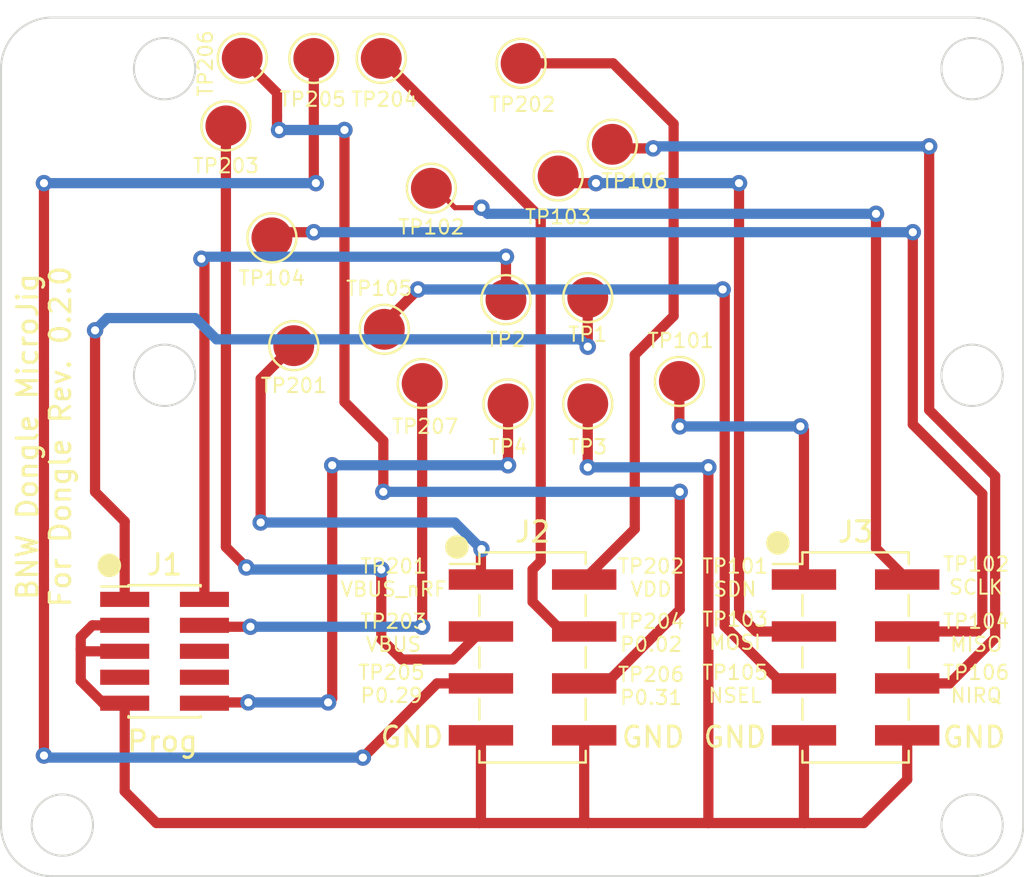
<source format=kicad_pcb>
(kicad_pcb (version 20221018) (generator pcbnew)
  (layers (0 "F.Cu" signal) (31 "B.Cu" signal) (34 "B.Paste" user) (35 "F.Paste" user) (36 "B.SilkS" user "B.Silkscreen") (37 "F.SilkS" user "F.Silkscreen") (38 "B.Mask" user) (39 "F.Mask" user) (44 "Edge.Cuts" user))
  (net 0 "")
  (net 1 "GND")
  (net 2 "/SWDIO")
  (net 3 "/SWDCLK")
  (net 7 "/RESET")
  (net 8 "Net-(J2-Pin_1)")
  (net 9 "Net-(J2-Pin_2)")
  (net 10 "Net-(J2-Pin_3)")
  (net 11 "Net-(J2-Pin_4)")
  (net 12 "Net-(J2-Pin_5)")
  (net 13 "Net-(J2-Pin_6)")
  (net 14 "Net-(J3-Pin_1)")
  (net 15 "VDD")
  (net 16 "Net-(J3-Pin_2)")
  (net 17 "Net-(J3-Pin_3)")
  (net 18 "Net-(J3-Pin_4)")
  (net 19 "Net-(J3-Pin_5)")
  (net 20 "Net-(J3-Pin_6)")
  (footprint "TestPoint:TestPoint_Pad_D2.0mm" (layer "F.Cu") (at 131.1 111.9)
    (fp_text reference "TP207" (at 0.15 2.1) (layer "F.SilkS") (effects (font (size 0.7 0.7) (thickness 0.1))))
    (fp_text value "TestPoint")
    (fp_circle (center 0 0) (end 0 1.2) (stroke (width 0.12)) (fill none) (layer "F.SilkS"))
    (pad "1" smd circle (at 0 0) (size 2 2) (layers "F.Cu" "F.Mask") (net 3 "/SWDCLK"))
  )
  (footprint "TestPoint:TestPoint_Pad_D2.0mm" (layer "F.Cu") (at 135.2 107.8)
    (fp_text reference "TP2" (at 0 1.95) (layer "F.SilkS") (effects (font (size 0.7 0.7) (thickness 0.1))))
    (fp_text value "TestPoint")
    (fp_circle (center 0 0) (end 0 1.2) (stroke (width 0.12)) (fill none) (layer "F.SilkS"))
    (pad "1" smd circle (at 0 0) (size 2 2) (layers "F.Cu" "F.Mask") (net 2 "/SWDIO"))
  )
  (footprint "TestPoint:TestPoint_Pad_D2.0mm" (layer "F.Cu") (at 125.8 96)
    (fp_text reference "TP205" (at -0.05 2) (layer "F.SilkS") (effects (font (size 0.7 0.7) (thickness 0.1))))
    (fp_text value "TestPoint")
    (fp_circle (center 0 0) (end 0 1.2) (stroke (width 0.12)) (fill none) (layer "F.SilkS"))
    (pad "1" smd circle (at 0 0) (size 2 2) (layers "F.Cu" "F.Mask") (net 12 "Net-(J2-Pin_5)"))
  )
  (footprint "TestPoint:TestPoint_Pad_D2.0mm" (layer "F.Cu") (at 124.82 110.05)
    (fp_text reference "TP201" (at 0 1.95) (layer "F.SilkS") (effects (font (size 0.7 0.7) (thickness 0.1))))
    (fp_text value "TestPoint")
    (fp_circle (center 0 0) (end 0 1.2) (stroke (width 0.12)) (fill none) (layer "F.SilkS"))
    (pad "1" smd circle (at 0 0) (size 2 2) (layers "F.Cu" "F.Mask") (net 8 "Net-(J2-Pin_1)"))
  )
  (footprint "TestPoint:TestPoint_Pad_D2.0mm" (layer "F.Cu") (at 129.1 96)
    (fp_text reference "TP204" (at 0.15 2) (layer "F.SilkS") (effects (font (size 0.7 0.7) (thickness 0.1))))
    (fp_text value "TestPoint")
    (fp_circle (center 0 0) (end 0 1.2) (stroke (width 0.12)) (fill none) (layer "F.SilkS"))
    (pad "1" smd circle (at 0 0) (size 2 2) (layers "F.Cu" "F.Mask") (net 11 "Net-(J2-Pin_4)"))
  )
  (footprint "Connector_PinHeader_2.54mm:PinHeader_2x04_P2.54mm_Vertical_SMD" (layer "F.Cu") (at 136.5 125.3)
    (fp_text reference "J2" (at 0 -6.14) (layer "F.SilkS"))
    (fp_text value "Main")
    (fp_line (start -4.04 -4.57) (end -2.6 -4.57) (stroke (width 0.12)) (layer "F.SilkS"))
    (fp_line (start -2.6 -5.14) (end -2.6 -4.57) (stroke (width 0.12)) (layer "F.SilkS"))
    (fp_line (start -2.6 -5.14) (end 2.6 -5.14) (stroke (width 0.12)) (layer "F.SilkS"))
    (fp_line (start -2.6 -3.05) (end -2.6 -2.03) (stroke (width 0.12)) (layer "F.SilkS"))
    (fp_line (start -2.6 -0.51) (end -2.6 0.51) (stroke (width 0.12)) (layer "F.SilkS"))
    (fp_line (start -2.6 2.03) (end -2.6 3.05) (stroke (width 0.12)) (layer "F.SilkS"))
    (fp_line (start -2.6 4.57) (end -2.6 5.14) (stroke (width 0.12)) (layer "F.SilkS"))
    (fp_line (start -2.6 5.14) (end 2.6 5.14) (stroke (width 0.12)) (layer "F.SilkS"))
    (fp_line (start 2.6 -5.14) (end 2.6 -4.57) (stroke (width 0.12)) (layer "F.SilkS"))
    (fp_line (start 2.6 -3.05) (end 2.6 -2.03) (stroke (width 0.12)) (layer "F.SilkS"))
    (fp_line (start 2.6 -0.51) (end 2.6 0.51) (stroke (width 0.12)) (layer "F.SilkS"))
    (fp_line (start 2.6 2.03) (end 2.6 3.05) (stroke (width 0.12)) (layer "F.SilkS"))
    (fp_line (start 2.6 4.57) (end 2.6 5.14) (stroke (width 0.12)) (layer "F.SilkS"))
    (pad "1" smd rect (at -2.525 -3.81) (size 3.15 1) (layers "F.Cu" "F.Paste" "F.Mask") (net 8 "Net-(J2-Pin_1)"))
    (pad "2" smd rect (at 2.525 -3.81) (size 3.15 1) (layers "F.Cu" "F.Paste" "F.Mask") (net 9 "Net-(J2-Pin_2)"))
    (pad "3" smd rect (at -2.525 -1.27) (size 3.15 1) (layers "F.Cu" "F.Paste" "F.Mask") (net 10 "Net-(J2-Pin_3)"))
    (pad "4" smd rect (at 2.525 -1.27) (size 3.15 1) (layers "F.Cu" "F.Paste" "F.Mask") (net 11 "Net-(J2-Pin_4)"))
    (pad "5" smd rect (at -2.525 1.27) (size 3.15 1) (layers "F.Cu" "F.Paste" "F.Mask") (net 12 "Net-(J2-Pin_5)"))
    (pad "6" smd rect (at 2.525 1.27) (size 3.15 1) (layers "F.Cu" "F.Paste" "F.Mask") (net 13 "Net-(J2-Pin_6)"))
    (pad "7" smd rect (at -2.525 3.81) (size 3.15 1) (layers "F.Cu" "F.Paste" "F.Mask") (net 1 "GND"))
    (pad "8" smd rect (at 2.525 3.81) (size 3.15 1) (layers "F.Cu" "F.Paste" "F.Mask") (net 1 "GND"))
  )
  (footprint "Connector_PinHeader_2.54mm:PinHeader_2x04_P2.54mm_Vertical_SMD" (layer "F.Cu") (at 152.3 125.3)
    (fp_text reference "J3" (at 0 -6.14) (layer "F.SilkS"))
    (fp_text value "Si4467")
    (fp_line (start -4.04 -4.57) (end -2.6 -4.57) (stroke (width 0.12)) (layer "F.SilkS"))
    (fp_line (start -2.6 -5.14) (end -2.6 -4.57) (stroke (width 0.12)) (layer "F.SilkS"))
    (fp_line (start -2.6 -5.14) (end 2.6 -5.14) (stroke (width 0.12)) (layer "F.SilkS"))
    (fp_line (start -2.6 -3.05) (end -2.6 -2.03) (stroke (width 0.12)) (layer "F.SilkS"))
    (fp_line (start -2.6 -0.51) (end -2.6 0.51) (stroke (width 0.12)) (layer "F.SilkS"))
    (fp_line (start -2.6 2.03) (end -2.6 3.05) (stroke (width 0.12)) (layer "F.SilkS"))
    (fp_line (start -2.6 4.57) (end -2.6 5.14) (stroke (width 0.12)) (layer "F.SilkS"))
    (fp_line (start -2.6 5.14) (end 2.6 5.14) (stroke (width 0.12)) (layer "F.SilkS"))
    (fp_line (start 2.6 -5.14) (end 2.6 -4.57) (stroke (width 0.12)) (layer "F.SilkS"))
    (fp_line (start 2.6 -3.05) (end 2.6 -2.03) (stroke (width 0.12)) (layer "F.SilkS"))
    (fp_line (start 2.6 -0.51) (end 2.6 0.51) (stroke (width 0.12)) (layer "F.SilkS"))
    (fp_line (start 2.6 2.03) (end 2.6 3.05) (stroke (width 0.12)) (layer "F.SilkS"))
    (fp_line (start 2.6 4.57) (end 2.6 5.14) (stroke (width 0.12)) (layer "F.SilkS"))
    (pad "1" smd rect (at -2.525 -3.81) (size 3.15 1) (layers "F.Cu" "F.Paste" "F.Mask") (net 14 "Net-(J3-Pin_1)"))
    (pad "2" smd rect (at 2.525 -3.81) (size 3.15 1) (layers "F.Cu" "F.Paste" "F.Mask") (net 16 "Net-(J3-Pin_2)"))
    (pad "3" smd rect (at -2.525 -1.27) (size 3.15 1) (layers "F.Cu" "F.Paste" "F.Mask") (net 17 "Net-(J3-Pin_3)"))
    (pad "4" smd rect (at 2.525 -1.27) (size 3.15 1) (layers "F.Cu" "F.Paste" "F.Mask") (net 18 "Net-(J3-Pin_4)"))
    (pad "5" smd rect (at -2.525 1.27) (size 3.15 1) (layers "F.Cu" "F.Paste" "F.Mask") (net 19 "Net-(J3-Pin_5)"))
    (pad "6" smd rect (at 2.525 1.27) (size 3.15 1) (layers "F.Cu" "F.Paste" "F.Mask") (net 20 "Net-(J3-Pin_6)"))
    (pad "7" smd rect (at -2.525 3.81) (size 3.15 1) (layers "F.Cu" "F.Paste" "F.Mask") (net 1 "GND"))
    (pad "8" smd rect (at 2.525 3.81) (size 3.15 1) (layers "F.Cu" "F.Paste" "F.Mask") (net 1 "GND"))
  )
  (footprint "TestPoint:TestPoint_Pad_D2.0mm" (layer "F.Cu") (at 135.94 96.24)
    (fp_text reference "TP202" (at 0.06 2.01) (layer "F.SilkS") (effects (font (size 0.7 0.7) (thickness 0.1))))
    (fp_text value "TestPoint")
    (fp_circle (center 0 0) (end 0 1.2) (stroke (width 0.12)) (fill none) (layer "F.SilkS"))
    (pad "1" smd circle (at 0 0) (size 2 2) (layers "F.Cu" "F.Mask") (net 9 "Net-(J2-Pin_2)"))
  )
  (footprint "TestPoint:TestPoint_Pad_D2.0mm" (layer "F.Cu") (at 131.55 102.35)
    (fp_text reference "TP102" (at 0 1.9) (layer "F.SilkS") (effects (font (size 0.7 0.7) (thickness 0.1))))
    (fp_text value "TestPoint_Small")
    (fp_circle (center 0 0) (end 0 1.2) (stroke (width 0.12)) (fill none) (layer "F.SilkS"))
    (pad "1" smd circle (at 0 0) (size 2 2) (layers "F.Cu" "F.Mask") (net 16 "Net-(J3-Pin_2)"))
  )
  (footprint "TestPoint:TestPoint_Pad_D2.0mm" (layer "F.Cu") (at 121.5 99.3)
    (fp_text reference "TP203" (at 0 1.95) (layer "F.SilkS") (effects (font (size 0.7 0.7) (thickness 0.1))))
    (fp_text value "TestPoint")
    (fp_circle (center 0 0) (end 0 1.2) (stroke (width 0.12)) (fill none) (layer "F.SilkS"))
    (pad "1" smd circle (at 0 0) (size 2 2) (layers "F.Cu" "F.Mask") (net 10 "Net-(J2-Pin_3)"))
  )
  (footprint "TestPoint:TestPoint_Pad_D2.0mm" (layer "F.Cu") (at 139.2 107.7)
    (fp_text reference "TP1" (at 0 1.8) (layer "F.SilkS") (effects (font (size 0.7 0.7) (thickness 0.1))))
    (fp_text value "TestPoint")
    (fp_circle (center 0 0) (end 0 1.2) (stroke (width 0.12)) (fill none) (layer "F.SilkS"))
    (pad "1" smd circle (at 0 0) (size 2 2) (layers "F.Cu" "F.Mask") (net 15 "VDD"))
  )
  (footprint "TestPoint:TestPoint_Pad_D2.0mm" (layer "F.Cu") (at 129.25 109.25)
    (fp_text reference "TP105" (at -0.25 -1.998) (layer "F.SilkS") (effects (font (size 0.7 0.7) (thickness 0.1))))
    (fp_text value "TestPoint_Small")
    (fp_circle (center 0 0) (end 0 1.2) (stroke (width 0.12)) (fill none) (layer "F.SilkS"))
    (pad "1" smd circle (at 0 0) (size 2 2) (layers "F.Cu" "F.Mask") (net 19 "Net-(J3-Pin_5)"))
  )
  (footprint "Connector_PinHeader_1.27mm:PinHeader_2x05_P1.27mm_Vertical_SMD" (layer "F.Cu") (at 118.5 125)
    (fp_text reference "J1" (at 0 -4.235) (layer "F.SilkS"))
    (fp_text value "Prog")
    (fp_line (start -3.09 -3.17) (end -1.765 -3.17) (stroke (width 0.12)) (layer "F.SilkS"))
    (fp_line (start -1.765 -3.235) (end -1.765 -3.17) (stroke (width 0.12)) (layer "F.SilkS"))
    (fp_line (start -1.765 -3.235) (end 1.765 -3.235) (stroke (width 0.12)) (layer "F.SilkS"))
    (fp_line (start -1.765 3.17) (end -1.765 3.235) (stroke (width 0.12)) (layer "F.SilkS"))
    (fp_line (start -1.765 3.235) (end 1.765 3.235) (stroke (width 0.12)) (layer "F.SilkS"))
    (fp_line (start 1.765 -3.235) (end 1.765 -3.17) (stroke (width 0.12)) (layer "F.SilkS"))
    (fp_line (start 1.765 3.17) (end 1.765 3.235) (stroke (width 0.12)) (layer "F.SilkS"))
    (pad "1" smd rect (at -1.95 -2.54) (size 2.4 0.74) (layers "F.Cu" "F.Paste" "F.Mask") (net 15 "VDD"))
    (pad "2" smd rect (at 1.95 -2.54) (size 2.4 0.74) (layers "F.Cu" "F.Paste" "F.Mask") (net 2 "/SWDIO"))
    (pad "3" smd rect (at -1.95 -1.27) (size 2.4 0.74) (layers "F.Cu" "F.Paste" "F.Mask") (net 1 "GND"))
    (pad "4" smd rect (at 1.95 -1.27) (size 2.4 0.74) (layers "F.Cu" "F.Paste" "F.Mask") (net 3 "/SWDCLK"))
    (pad "5" smd rect (at -1.95 0) (size 2.4 0.74) (layers "F.Cu" "F.Paste" "F.Mask") (net 1 "GND"))
    (pad "6" smd rect (at 1.95 0) (size 2.4 0.74) (layers "F.Cu" "F.Paste" "F.Mask"))
    (pad "7" smd rect (at -1.95 1.27) (size 2.4 0.74) (layers "F.Cu" "F.Paste" "F.Mask"))
    (pad "8" smd rect (at 1.95 1.27) (size 2.4 0.74) (layers "F.Cu" "F.Paste" "F.Mask"))
    (pad "9" smd rect (at -1.95 2.54) (size 2.4 0.74) (layers "F.Cu" "F.Paste" "F.Mask") (net 1 "GND"))
    (pad "10" smd rect (at 1.95 2.54) (size 2.4 0.74) (layers "F.Cu" "F.Paste" "F.Mask") (net 7 "/RESET"))
  )
  (footprint "TestPoint:TestPoint_Pad_D2.0mm" (layer "F.Cu") (at 122.3 95.99)
    (fp_text reference "TP206" (at -1.8 0.26 90) (layer "F.SilkS") (effects (font (size 0.7 0.7) (thickness 0.1))))
    (fp_text value "TestPoint")
    (fp_circle (center 0 0) (end 0 1.2) (stroke (width 0.12)) (fill none) (layer "F.SilkS"))
    (pad "1" smd circle (at 0 0) (size 2 2) (layers "F.Cu" "F.Mask") (net 13 "Net-(J2-Pin_6)"))
  )
  (footprint "TestPoint:TestPoint_Pad_D2.0mm" (layer "F.Cu") (at 123.75 104.775)
    (fp_text reference "TP104" (at 0 1.975) (layer "F.SilkS") (effects (font (size 0.7 0.7) (thickness 0.1))))
    (fp_text value "TestPoint_Small")
    (fp_circle (center 0 0) (end 0 1.2) (stroke (width 0.12)) (fill none) (layer "F.SilkS"))
    (pad "1" smd circle (at 0 0) (size 2 2) (layers "F.Cu" "F.Mask") (net 18 "Net-(J3-Pin_4)"))
  )
  (footprint "TestPoint:TestPoint_Pad_D2.0mm" (layer "F.Cu") (at 135.3 112.9)
    (fp_text reference "TP4" (at 0 2.1) (layer "F.SilkS") (effects (font (size 0.7 0.7) (thickness 0.1))))
    (fp_text value "TestPoint")
    (fp_circle (center 0 0) (end 0 1.2) (stroke (width 0.12)) (fill none) (layer "F.SilkS"))
    (pad "1" smd circle (at 0 0) (size 2 2) (layers "F.Cu" "F.Mask") (net 7 "/RESET"))
  )
  (footprint "TestPoint:TestPoint_Pad_D2.0mm" (layer "F.Cu") (at 140.4 100.2)
    (fp_text reference "TP106" (at 1.1 1.8) (layer "F.SilkS") (effects (font (size 0.7 0.7) (thickness 0.1))))
    (fp_text value "TestPoint_Small")
    (fp_circle (center 0 0) (end 0 1.2) (stroke (width 0.12)) (fill none) (layer "F.SilkS"))
    (pad "1" smd circle (at 0 0) (size 2 2) (layers "F.Cu" "F.Mask") (net 20 "Net-(J3-Pin_6)"))
  )
  (footprint "TestPoint:TestPoint_Pad_D2.0mm" (layer "F.Cu") (at 143.68 111.8)
    (fp_text reference "TP101" (at 0.07 -1.998) (layer "F.SilkS") (effects (font (size 0.7 0.7) (thickness 0.1))))
    (fp_text value "TestPoint_Small")
    (fp_circle (center 0 0) (end 0 1.2) (stroke (width 0.12)) (fill none) (layer "F.SilkS"))
    (pad "1" smd circle (at 0 0) (size 2 2) (layers "F.Cu" "F.Mask") (net 14 "Net-(J3-Pin_1)"))
  )
  (footprint "TestPoint:TestPoint_Pad_D2.0mm" (layer "F.Cu") (at 139.2 112.9)
    (fp_text reference "TP3" (at 0 2.1) (layer "F.SilkS") (effects (font (size 0.7 0.7) (thickness 0.1))))
    (fp_text value "TestPoint")
    (fp_circle (center 0 0) (end 0 1.2) (stroke (width 0.12)) (fill none) (layer "F.SilkS"))
    (pad "1" smd circle (at 0 0) (size 2 2) (layers "F.Cu" "F.Mask") (net 1 "GND"))
  )
  (footprint "TestPoint:TestPoint_Pad_D2.0mm" (layer "F.Cu") (at 137.75 101.75)
    (fp_text reference "TP103" (at 0 2) (layer "F.SilkS") (effects (font (size 0.7 0.7) (thickness 0.1))))
    (fp_text value "TestPoint_Small")
    (fp_circle (center 0 0) (end 0 1.2) (stroke (width 0.12)) (fill none) (layer "F.SilkS"))
    (pad "1" smd circle (at 0 0) (size 2 2) (layers "F.Cu" "F.Mask") (net 17 "Net-(J3-Pin_3)"))
  )
  (gr_circle (center 132.8 119.9) (end 133.3 119.9) (stroke (width 0.15)) (fill solid) (layer "F.SilkS"))
  (gr_circle (center 115.8 120.8) (end 116.3 120.8) (stroke (width 0.15)) (fill solid) (layer "F.SilkS"))
  (gr_circle (center 148.5 119.7) (end 149 119.7) (stroke (width 0.15)) (fill solid) (layer "F.SilkS"))
  (gr_circle (center 158 96.5) (end 159.5 96.5) (stroke (width 0.1)) (fill none) (layer "Edge.Cuts"))
  (gr_arc (start 158 94) (mid 159.767767 94.732233) (end 160.5 96.5) (stroke (width 0.1)) (layer "Edge.Cuts"))
  (gr_arc (start 160.5 133.5) (mid 159.767767 135.267767) (end 158 136) (stroke (width 0.1)) (layer "Edge.Cuts"))
  (gr_circle (center 158 133.5) (end 159.5 133.5) (stroke (width 0.1)) (fill none) (layer "Edge.Cuts"))
  (gr_circle (center 113.5 133.5) (end 112 133.5) (stroke (width 0.1)) (fill none) (layer "Edge.Cuts"))
  (gr_circle (center 118.5 96.5) (end 117 96.5) (stroke (width 0.1)) (fill none) (layer "Edge.Cuts"))
  (gr_circle (center 158 111.5) (end 159.5 111.5) (stroke (width 0.1)) (fill none) (layer "Edge.Cuts"))
  (gr_line (start 158 136) (end 113 136) (stroke (width 0.1)) (layer "Edge.Cuts"))
  (gr_line (start 160.5 96.5) (end 160.5 133.5) (stroke (width 0.1)) (layer "Edge.Cuts"))
  (gr_arc (start 113 136) (mid 111.232233 135.267767) (end 110.5 133.5) (stroke (width 0.1)) (layer "Edge.Cuts"))
  (gr_circle (center 118.5 111.5) (end 117 111.5) (stroke (width 0.1)) (fill none) (layer "Edge.Cuts"))
  (gr_line (start 110.5 133.5) (end 110.5 96.5) (stroke (width 0.1)) (layer "Edge.Cuts"))
  (gr_arc (start 110.5 96.5) (mid 111.232233 94.732233) (end 113 94) (stroke (width 0.1)) (layer "Edge.Cuts"))
  (gr_line (start 113 94) (end 158 94) (stroke (width 0.1)) (layer "Edge.Cuts"))
  (gr_text "BNW Dongle MicroJig\nFor Dongle Rev. 0.2.0" (at 112.6 114.5 90) (layer "F.SilkS") (effects (font (size 1 1))))
  (gr_text "TP105\nNSEL" (at 146.4 126.6) (layer "F.SilkS") (effects (font (size 0.7 0.7) (thickness 0.1))))
  (gr_text "GND" (at 142.4 129.2) (layer "F.SilkS") (effects (font (size 1 1))))
  (gr_text "TP202\nVDD" (at 142.3 121.4) (layer "F.SilkS") (effects (font (size 0.7 0.7) (thickness 0.1))))
  (gr_text "TP205\nP0.29" (at 129.6 126.6) (layer "F.SilkS") (effects (font (size 0.7 0.7) (thickness 0.1))))
  (gr_text "GND" (at 130.6 129.2) (layer "F.SilkS") (effects (font (size 1 1))))
  (gr_text "TP206\nP0.31" (at 142.3 126.7) (layer "F.SilkS") (effects (font (size 0.7 0.7) (thickness 0.1))))
  (gr_text "TP201\nVBUS_nRF" (at 129.7 121.4) (layer "F.SilkS") (effects (font (size 0.7 0.7) (thickness 0.1))))
  (gr_text "Prog" (at 118.4 129.4) (layer "F.SilkS") (effects (font (size 1 1))))
  (gr_text "TP106\nNIRQ" (at 158.2 126.6) (layer "F.SilkS") (effects (font (size 0.7 0.7) (thickness 0.1))))
  (gr_text "TP103\nMOSI" (at 146.4 124) (layer "F.SilkS") (effects (font (size 0.7 0.7) (thickness 0.1))))
  (gr_text "GND" (at 158.1 129.2) (layer "F.SilkS") (effects (font (size 1 1))))
  (gr_text "TP104\nMISO" (at 158.2 124.1) (layer "F.SilkS") (effects (font (size 0.7 0.7) (thickness 0.1))))
  (gr_text "TP204\nP0.02" (at 142.3 124.1) (layer "F.SilkS") (effects (font (size 0.7 0.7) (thickness 0.1))))
  (gr_text "TP203\nVBUS" (at 129.7 124.1) (layer "F.SilkS") (effects (font (size 0.7 0.7) (thickness 0.1))))
  (gr_text "TP102\nSCLK" (at 158.2 121.3) (layer "F.SilkS") (effects (font (size 0.7 0.7) (thickness 0.1))))
  (gr_text "TP101\nSDN" (at 146.4 121.4) (layer "F.SilkS") (effects (font (size 0.7 0.7) (thickness 0.1))))
  (gr_text "GND" (at 146.4 129.2) (layer "F.SilkS") (effects (font (size 1 1))))
  (segment (start 139.2 112.9) (end 139.2 116) (width 0.5) (layer "F.Cu") (net 1))
  (segment (start 149.8 133.4) (end 152.7 133.4) (width 0.5) (layer "F.Cu") (net 1))
  (segment (start 139.2 133.4) (end 145.1 133.4) (width 0.5) (layer "F.Cu") (net 1))
  (segment (start 115.496 127.54) (end 114.4 126.444) (width 0.5) (layer "F.Cu") (net 1))
  (segment (start 114.4 126.444) (end 114.4 124.9) (width 0.5) (layer "F.Cu") (net 1))
  (segment (start 133.975 129.11) (end 133.975 133.325) (width 0.5) (layer "F.Cu") (net 1))
  (segment (start 118.1 133.4) (end 133.9 133.4) (width 0.5) (layer "F.Cu") (net 1))
  (segment (start 116.55 127.54) (end 115.496 127.54) (width 0.5) (layer "F.Cu") (net 1))
  (segment (start 145.1 116) (end 145.1 133.4) (width 0.5) (layer "F.Cu") (net 1))
  (segment (start 133.975 133.325) (end 133.9 133.4) (width 0.5) (layer "F.Cu") (net 1))
  (segment (start 152.7 133.4) (end 154.825 131.275) (width 0.5) (layer "F.Cu") (net 1))
  (segment (start 133.9 133.4) (end 139.2 133.4) (width 0.5) (layer "F.Cu") (net 1))
  (segment (start 114.97 123.73) (end 116.55 123.73) (width 0.5) (layer "F.Cu") (net 1))
  (segment (start 139.025 133.225) (end 139.2 133.4) (width 0.5) (layer "F.Cu") (net 1))
  (segment (start 149.775 133.375) (end 149.8 133.4) (width 0.5) (layer "F.Cu") (net 1))
  (segment (start 114.4 124.3) (end 114.97 123.73) (width 0.5) (layer "F.Cu") (net 1))
  (segment (start 116.55 127.54) (end 116.55 131.85) (width 0.5) (layer "F.Cu") (net 1))
  (segment (start 116.55 131.85) (end 118.1 133.4) (width 0.5) (layer "F.Cu") (net 1))
  (segment (start 114.4 124.9) (end 114.4 124.3) (width 0.5) (layer "F.Cu") (net 1))
  (segment (start 114.5 125) (end 116.55 125) (width 0.5) (layer "F.Cu") (net 1))
  (segment (start 139.025 129.11) (end 139.025 133.225) (width 0.5) (layer "F.Cu") (net 1))
  (segment (start 145.1 133.4) (end 149.8 133.4) (width 0.5) (layer "F.Cu") (net 1))
  (segment (start 149.775 129.11) (end 149.775 133.375) (width 0.5) (layer "F.Cu") (net 1))
  (segment (start 114.4 124.9) (end 114.5 125) (width 0.5) (layer "F.Cu") (net 1))
  (segment (start 154.825 131.275) (end 154.825 129.11) (width 0.5) (layer "F.Cu") (net 1))
  (via (at 139.2 116) (size 0.8) (drill 0.4) (layers "F.Cu" "B.Cu") (net 1))
  (via (at 145.1 116) (size 0.8) (drill 0.4) (layers "F.Cu" "B.Cu") (net 1))
  (segment (start 139.2 116) (end 145.1 116) (width 0.5) (layer "B.Cu") (net 1))
  (segment (start 120.45 105.95) (end 120.45 122.46) (width 0.5) (layer "F.Cu") (net 2))
  (segment (start 135.2 107.8) (end 135.2 105.7) (width 0.5) (layer "F.Cu") (net 2))
  (segment (start 120.3 105.8) (end 120.45 105.95) (width 0.5) (layer "F.Cu") (net 2))
  (via (at 120.3 105.8) (size 0.8) (drill 0.4) (layers "F.Cu" "B.Cu") (net 2))
  (via (at 135.2 105.7) (size 0.8) (drill 0.4) (layers "F.Cu" "B.Cu") (net 2))
  (segment (start 120.4 105.7) (end 120.3 105.8) (width 0.5) (layer "B.Cu") (net 2))
  (segment (start 135.2 105.7) (end 120.4 105.7) (width 0.5) (layer "B.Cu") (net 2))
  (segment (start 131.1 111.9) (end 131.1 123.8) (width 0.5) (layer "F.Cu") (net 3))
  (segment (start 122.7 123.8) (end 120.52 123.8) (width 0.5) (layer "F.Cu") (net 3))
  (segment (start 120.52 123.8) (end 120.45 123.73) (width 0.5) (layer "F.Cu") (net 3))
  (via (at 122.7 123.8) (size 0.8) (drill 0.4) (layers "F.Cu" "B.Cu") (net 3))
  (via (at 131.1 123.8) (size 0.8) (drill 0.4) (layers "F.Cu" "B.Cu") (net 3))
  (segment (start 131.1 123.8) (end 122.7 123.8) (width 0.5) (layer "B.Cu") (net 3))
  (segment (start 126.7 127.3) (end 126.5 127.5) (width 0.5) (layer "F.Cu") (net 7))
  (segment (start 120.49 127.5) (end 120.45 127.54) (width 0.5) (layer "F.Cu") (net 7))
  (segment (start 135.3 112.9) (end 135.3 115.9) (width 0.5) (layer "F.Cu") (net 7))
  (segment (start 122.6 127.5) (end 120.49 127.5) (width 0.5) (layer "F.Cu") (net 7))
  (segment (start 126.7 115.9) (end 126.7 127.3) (width 0.5) (layer "F.Cu") (net 7))
  (via (at 135.3 115.9) (size 0.8) (drill 0.4) (layers "F.Cu" "B.Cu") (net 7))
  (via (at 126.5 127.5) (size 0.8) (drill 0.4) (layers "F.Cu" "B.Cu") (net 7))
  (via (at 122.6 127.5) (size 0.8) (drill 0.4) (layers "F.Cu" "B.Cu") (net 7))
  (via (at 126.7 115.9) (size 0.8) (drill 0.4) (layers "F.Cu" "B.Cu") (net 7))
  (segment (start 135.3 115.9) (end 126.7 115.9) (width 0.5) (layer "B.Cu") (net 7))
  (segment (start 126.5 127.5) (end 122.6 127.5) (width 0.5) (layer "B.Cu") (net 7))
  (segment (start 123.2 118.7) (end 123.2 111.67) (width 0.5) (layer "F.Cu") (net 8))
  (segment (start 133.975 121.49) (end 133.975 120.025) (width 0.5) (layer "F.Cu") (net 8))
  (segment (start 123.2 111.67) (end 124.82 110.05) (width 0.5) (layer "F.Cu") (net 8))
  (segment (start 133.975 120.025) (end 134 120) (width 0.5) (layer "F.Cu") (net 8))
  (via (at 134 120) (size 0.8) (drill 0.4) (layers "F.Cu" "B.Cu") (net 8))
  (via (at 123.2 118.7) (size 0.8) (drill 0.4) (layers "F.Cu" "B.Cu") (net 8))
  (segment (start 134 120) (end 132.7 118.7) (width 0.5) (layer "B.Cu") (net 8))
  (segment (start 132.7 118.7) (end 123.2 118.7) (width 0.5) (layer "B.Cu") (net 8))
  (segment (start 143.4 108.6) (end 141.5 110.5) (width 0.5) (layer "F.Cu") (net 9))
  (segment (start 141.5 110.5) (end 141.5 119.015) (width 0.5) (layer "F.Cu") (net 9))
  (segment (start 141.5 119.015) (end 139.025 121.49) (width 0.5) (layer "F.Cu") (net 9))
  (segment (start 135.94 96.24) (end 140.44 96.24) (width 0.5) (layer "F.Cu") (net 9))
  (segment (start 143.4 99.2) (end 143.4 108.6) (width 0.5) (layer "F.Cu") (net 9))
  (segment (start 140.44 96.24) (end 143.4 99.2) (width 0.5) (layer "F.Cu") (net 9))
  (segment (start 121.5 99.3) (end 121.5 119.9) (width 0.5) (layer "F.Cu") (net 10))
  (segment (start 130.1 125.4) (end 132.605 125.4) (width 0.5) (layer "F.Cu") (net 10))
  (segment (start 121.5 119.9) (end 122.5 120.9) (width 0.5) (layer "F.Cu") (net 10))
  (segment (start 132.605 125.4) (end 133.975 124.03) (width 0.5) (layer "F.Cu") (net 10))
  (segment (start 129.1 121) (end 129.1 124.4) (width 0.5) (layer "F.Cu") (net 10))
  (segment (start 129.1 124.4) (end 130.1 125.4) (width 0.5) (layer "F.Cu") (net 10))
  (via (at 122.5 120.9) (size 0.8) (drill 0.4) (layers "F.Cu" "B.Cu") (net 10))
  (via (at 129.1 121) (size 0.8) (drill 0.4) (layers "F.Cu" "B.Cu") (net 10))
  (segment (start 122.6 121) (end 129.1 121) (width 0.5) (layer "B.Cu") (net 10))
  (segment (start 122.5 120.9) (end 122.6 121) (width 0.5) (layer "B.Cu") (net 10))
  (segment (start 136.5 121) (end 136.9 120.6) (width 0.5) (layer "F.Cu") (net 11))
  (segment (start 139.025 124.03) (end 137.95 124.03) (width 0.5) (layer "F.Cu") (net 11))
  (segment (start 136.9 103.8) (end 129.1 96) (width 0.5) (layer "F.Cu") (net 11))
  (segment (start 136.9 120.6) (end 136.9 103.8) (width 0.5) (layer "F.Cu") (net 11))
  (segment (start 137.95 124.03) (end 136.5 122.58) (width 0.5) (layer "F.Cu") (net 11))
  (segment (start 136.5 122.58) (end 136.5 121) (width 0.5) (layer "F.Cu") (net 11))
  (segment (start 133.975 126.57) (end 131.83 126.57) (width 0.5) (layer "F.Cu") (net 12))
  (segment (start 131.83 126.57) (end 128.6 129.8) (width 0.5) (layer "F.Cu") (net 12))
  (segment (start 125.9 102.1) (end 125.8 102) (width 0.5) (layer "F.Cu") (net 12))
  (segment (start 125.8 102) (end 125.8 96) (width 0.5) (layer "F.Cu") (net 12))
  (segment (start 112.6 130.1) (end 112.6 102.1) (width 0.5) (layer "F.Cu") (net 12))
  (segment (start 128.6 129.8) (end 128.2 130.2) (width 0.5) (layer "F.Cu") (net 12))
  (via (at 112.6 130.1) (size 0.8) (drill 0.4) (layers "F.Cu" "B.Cu") (net 12))
  (via (at 125.9 102.1) (size 0.8) (drill 0.4) (layers "F.Cu" "B.Cu") (net 12))
  (via (at 128.2 130.2) (size 0.8) (drill 0.4) (layers "F.Cu" "B.Cu") (net 12))
  (via (at 112.6 102.1) (size 0.8) (drill 0.4) (layers "F.Cu" "B.Cu") (net 12))
  (segment (start 112.7 130.2) (end 112.6 130.1) (width 0.5) (layer "B.Cu") (net 12))
  (segment (start 112.6 102.1) (end 125.9 102.1) (width 0.5) (layer "B.Cu") (net 12))
  (segment (start 128.2 130.2) (end 112.7 130.2) (width 0.5) (layer "B.Cu") (net 12))
  (segment (start 124 99.4) (end 124.1 99.5) (width 0.5) (layer "F.Cu") (net 13))
  (segment (start 124 98.8) (end 124 99.4) (width 0.5) (layer "F.Cu") (net 13))
  (segment (start 129.2 114.7) (end 129.2 117.2) (width 0.5) (layer "F.Cu") (net 13))
  (segment (start 127.3 99.5) (end 127.3 112.8) (width 0.5) (layer "F.Cu") (net 13))
  (segment (start 143.7 122.97) (end 140.1 126.57) (width 0.5) (layer "F.Cu") (net 13))
  (segment (start 143.7 117.2) (end 143.7 122.97) (width 0.5) (layer "F.Cu") (net 13))
  (segment (start 127.3 112.8) (end 129 114.5) (width 0.5) (layer "F.Cu") (net 13))
  (segment (start 122.3 95.99) (end 124 97.69) (width 0.5) (layer "F.Cu") (net 13))
  (segment (start 140.1 126.57) (end 139.025 126.57) (width 0.5) (layer "F.Cu") (net 13))
  (segment (start 124 97.69) (end 124 98.8) (width 0.5) (layer "F.Cu") (net 13))
  (segment (start 129 114.5) (end 129.2 114.7) (width 0.5) (layer "F.Cu") (net 13))
  (via (at 129.2 117.2) (size 0.8) (drill 0.4) (layers "F.Cu" "B.Cu") (net 13))
  (via (at 127.3 99.5) (size 0.8) (drill 0.4) (layers "F.Cu" "B.Cu") (net 13))
  (via (at 124.1 99.5) (size 0.8) (drill 0.4) (layers "F.Cu" "B.Cu") (net 13))
  (via (at 143.7 117.2) (size 0.8) (drill 0.4) (layers "F.Cu" "B.Cu") (net 13))
  (segment (start 124.1 99.5) (end 127.3 99.5) (width 0.5) (layer "B.Cu") (net 13))
  (segment (start 129.2 117.2) (end 143.7 117.2) (width 0.5) (layer "B.Cu") (net 13))
  (segment (start 149.775 114.175) (end 149.775 121.49) (width 0.5) (layer "F.Cu") (net 14))
  (segment (start 143.68 111.8) (end 143.68 113.98) (width 0.5) (layer "F.Cu") (net 14))
  (segment (start 149.6 114) (end 149.775 114.175) (width 0.5) (layer "F.Cu") (net 14))
  (segment (start 143.68 113.98) (end 143.7 114) (width 0.5) (layer "F.Cu") (net 14))
  (via (at 149.6 114) (size 0.8) (drill 0.4) (layers "F.Cu" "B.Cu") (net 14))
  (via (at 143.7 114) (size 0.8) (drill 0.4) (layers "F.Cu" "B.Cu") (net 14))
  (segment (start 143.7 114) (end 149.6 114) (width 0.5) (layer "B.Cu") (net 14))
  (segment (start 115.1 117.2) (end 115.1 109.3) (width 0.5) (layer "F.Cu") (net 15))
  (segment (start 139.2 107.7) (end 139.2 110.1) (width 0.5) (layer "F.Cu") (net 15))
  (segment (start 116.55 118.65) (end 115.1 117.2) (width 0.5) (layer "F.Cu") (net 15))
  (segment (start 116.55 122.46) (end 116.55 118.65) (width 0.5) (layer "F.Cu") (net 15))
  (via (at 139.2 110.1) (size 0.8) (drill 0.4) (layers "F.Cu" "B.Cu") (net 15))
  (via (at 115.1 109.3) (size 0.8) (drill 0.4) (layers "F.Cu" "B.Cu") (net 15))
  (segment (start 138.839733 109.739733) (end 121.039733 109.739733) (width 0.5) (layer "B.Cu") (net 15))
  (segment (start 120 108.7) (end 115.7 108.7) (width 0.5) (layer "B.Cu") (net 15))
  (segment (start 115.7 108.7) (end 115.1 109.3) (width 0.5) (layer "B.Cu") (net 15))
  (segment (start 139.2 110.1) (end 138.839733 109.739733) (width 0.5) (layer "B.Cu") (net 15))
  (segment (start 121.039733 109.739733) (end 120 108.7) (width 0.5) (layer "B.Cu") (net 15))
  (segment (start 154.825 121.49) (end 153.3 119.965) (width 0.5) (layer "F.Cu") (net 16))
  (segment (start 153.3 119.965) (end 153.3 103.6) (width 0.5) (layer "F.Cu") (net 16))
  (segment (start 134 103.3) (end 132.7 103.3) (width 0.25) (layer "F.Cu") (net 16))
  (segment (start 132.7 103.3) (end 131.8 102.4) (width 0.25) (layer "F.Cu") (net 16))
  (via (at 153.3 103.6) (size 0.8) (drill 0.4) (layers "F.Cu" "B.Cu") (net 16))
  (via (at 134 103.3) (size 0.8) (drill 0.4) (layers "F.Cu" "B.Cu") (net 16))
  (segment (start 153.3 103.6) (end 134.3 103.6) (width 0.5) (layer "B.Cu") (net 16))
  (segment (start 134.3 103.6) (end 134 103.3) (width 0.5) (layer "B.Cu") (net 16))
  (segment (start 138.1 102.1) (end 137.75 101.75) (width 0.5) (layer "F.Cu") (net 17))
  (segment (start 149.775 124.03) (end 147.43 124.03) (width 0.5) (layer "F.Cu") (net 17))
  (segment (start 147.43 124.03) (end 146.6 123.2) (width 0.5) (layer "F.Cu") (net 17))
  (segment (start 146.6 123.2) (end 146.6 102.1) (width 0.5) (layer "F.Cu") (net 17))
  (segment (start 139.6 102.1) (end 138.1 102.1) (width 0.5) (layer "F.Cu") (net 17))
  (via (at 146.6 102.1) (size 0.8) (drill 0.4) (layers "F.Cu" "B.Cu") (net 17))
  (via (at 139.6 102.1) (size 0.8) (drill 0.4) (layers "F.Cu" "B.Cu") (net 17))
  (segment (start 146.6 102.1) (end 139.6 102.1) (width 0.5) (layer "B.Cu") (net 17))
  (segment (start 155.1 113.9) (end 155.1 104.5) (width 0.5) (layer "F.Cu") (net 18))
  (segment (start 154.825 124.03) (end 158.27 124.03) (width 0.5) (layer "F.Cu") (net 18))
  (segment (start 124.025 104.5) (end 123.75 104.775) (width 0.5) (layer "F.Cu") (net 18))
  (segment (start 158.27 124.03) (end 158.5 123.8) (width 0.5) (layer "F.Cu") (net 18))
  (segment (start 125.8 104.5) (end 124.025 104.5) (width 0.5) (layer "F.Cu") (net 18))
  (segment (start 158.5 123.8) (end 158.5 117.3) (width 0.5) (layer "F.Cu") (net 18))
  (segment (start 158.5 117.3) (end 155.1 113.9) (width 0.5) (layer "F.Cu") (net 18))
  (via (at 155.1 104.5) (size 0.8) (drill 0.4) (layers "F.Cu" "B.Cu") (net 18))
  (via (at 125.8 104.5) (size 0.8) (drill 0.4) (layers "F.Cu" "B.Cu") (net 18))
  (segment (start 155.1 104.5) (end 125.8 104.5) (width 0.5) (layer "B.Cu") (net 18))
  (segment (start 129.25 109.25) (end 129.25 108.95) (width 0.5) (layer "F.Cu") (net 19))
  (segment (start 145.9 123.77) (end 145.9 107.4) (width 0.5) (layer "F.Cu") (net 19))
  (segment (start 145.9 107.4) (end 145.8 107.3) (width 0.5) (layer "F.Cu") (net 19))
  (segment (start 149.775 126.57) (end 148.7 126.57) (width 0.5) (layer "F.Cu") (net 19))
  (segment (start 129.25 108.95) (end 130.9 107.3) (width 0.5) (layer "F.Cu") (net 19))
  (segment (start 148.7 126.57) (end 145.9 123.77) (width 0.5) (layer "F.Cu") (net 19))
  (via (at 130.9 107.3) (size 0.8) (drill 0.4) (layers "F.Cu" "B.Cu") (net 19))
  (via (at 145.8 107.3) (size 0.8) (drill 0.4) (layers "F.Cu" "B.Cu") (net 19))
  (segment (start 130.9 107.3) (end 145.8 107.3) (width 0.5) (layer "B.Cu") (net 19))
  (segment (start 142.4 100.4) (end 140.6 100.4) (width 0.5) (layer "F.Cu") (net 20))
  (segment (start 155.9 113.2) (end 155.9 100.3) (width 0.5) (layer "F.Cu") (net 20))
  (segment (start 159.127 124.343) (end 159.127 116.427) (width 0.5) (layer "F.Cu") (net 20))
  (segment (start 154.825 126.57) (end 156.9 126.57) (width 0.5) (layer "F.Cu") (net 20))
  (segment (start 159.127 116.427) (end 156.1 113.4) (width 0.5) (layer "F.Cu") (net 20))
  (segment (start 140.6 100.4) (end 140.4 100.2) (width 0.5) (layer "F.Cu") (net 20))
  (segment (start 156.9 126.57) (end 159.127 124.343) (width 0.5) (layer "F.Cu") (net 20))
  (segment (start 156.1 113.4) (end 155.9 113.2) (width 0.5) (layer "F.Cu") (net 20))
  (via (at 155.9 100.3) (size 0.8) (drill 0.4) (layers "F.Cu" "B.Cu") (net 20))
  (via (at 142.4 100.4) (size 0.8) (drill 0.4) (layers "F.Cu" "B.Cu") (net 20))
  (segment (start 155.9 100.3) (end 142.5 100.3) (width 0.5) (layer "B.Cu") (net 20))
  (segment (start 142.5 100.3) (end 142.4 100.4) (width 0.5) (layer "B.Cu") (net 20))
)
</source>
